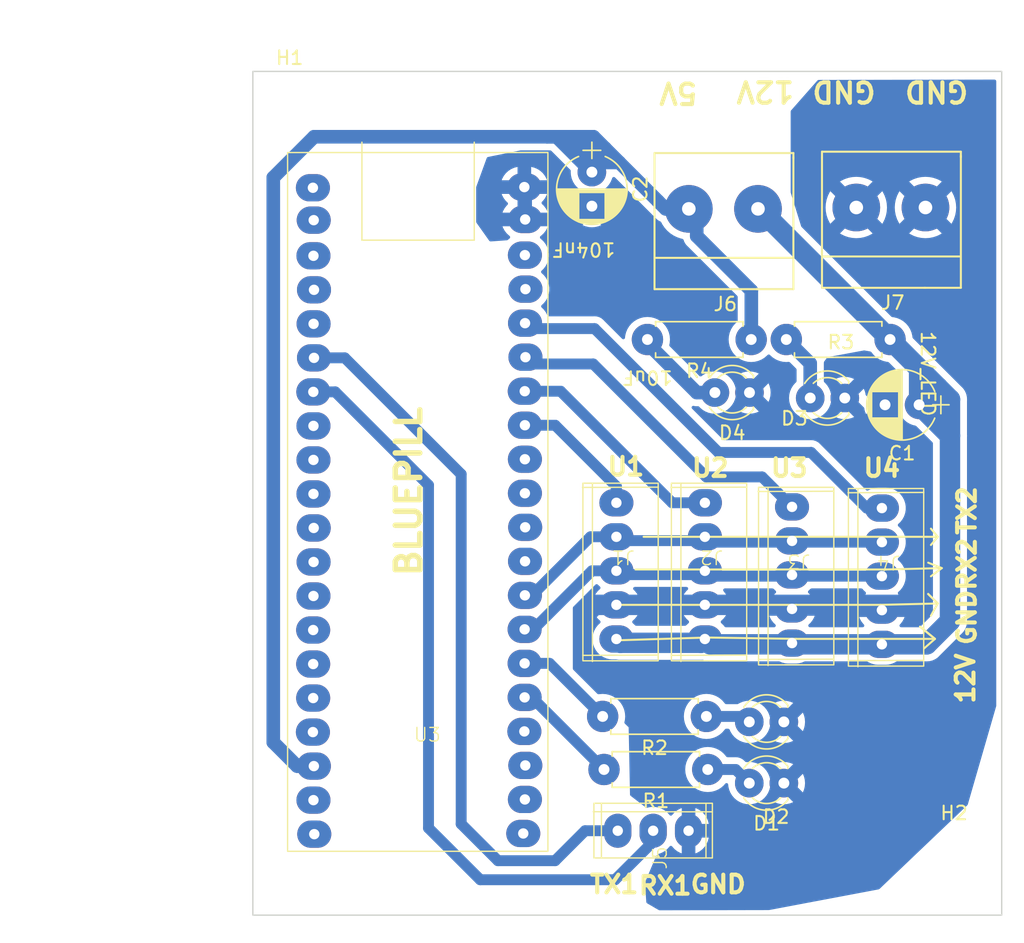
<source format=kicad_pcb>
(kicad_pcb (version 20221018) (generator pcbnew)
  (layers (0 "F.Cu" signal) (31 "B.Cu" signal) (34 "B.Paste" user) (35 "F.Paste" user) (36 "B.SilkS" user "B.Silkscreen") (37 "F.SilkS" user "F.Silkscreen") (38 "B.Mask" user) (39 "F.Mask" user) (44 "Edge.Cuts" user))
  (net 0 "")
  (net 1 "/u1")
  (net 2 "/u2")
  (net 3 "/u3")
  (net 4 "/u4")
  (net 5 "Net-(J5-Pin_1)")
  (net 6 "Net-(J5-Pin_2)")
  (net 7 "/12V")
  (net 8 "/5V")
  (net 9 "GND")
  (net 10 "/TX2")
  (net 11 "/RX2")
  (net 12 "Net-(R1-Pad2)")
  (net 13 "Net-(D1-A)")
  (net 14 "Net-(D2-A)")
  (net 15 "Net-(D3-A)")
  (net 16 "Net-(D4-A)")
  (net 17 "Net-(R2-Pad2)")
  (footprint "bluepill:bluepill" (layer "F.Cu") (at 136.91 67.05)
    (fp_text reference "U3" (at 0.2 30.3 unlocked) (layer "F.SilkS") (effects (font (thickness 0.1))))
    (fp_text value "~")
    (pad "0" thru_hole oval (at -8.16 12.6) (size 2.5 2) (drill 0.762) (layers "*.Cu" "*.Mask"))
    (pad "1" thru_hole oval (at -8.2 -9.9) (size 2.5 2) (drill 0.762) (layers "*.Cu" "*.Mask"))
    (pad "2" thru_hole oval (at -8.14 -7.52) (size 2.5 2) (drill 0.762) (layers "*.Cu" "*.Mask"))
    (pad "3" thru_hole oval (at -8.16 -4.9) (size 2.5 2) (drill 0.762) (layers "*.Cu" "*.Mask"))
    (pad "4" thru_hole oval (at -8.12 -2.4) (size 2.5 2) (drill 0.762) (layers "*.Cu" "*.Mask"))
    (pad "5" thru_hole oval (at -8.15 0.1) (size 2.5 2) (drill 0.762) (layers "*.Cu" "*.Mask"))
    (pad "6" thru_hole oval (at -8.12 2.6) (size 2.5 2) (drill 0.762) (layers "*.Cu" "*.Mask") (net 5 "Net-(J5-Pin_1)"))
    (pad "7" thru_hole oval (at -8.17 5.1) (size 2.5 2) (drill 0.762) (layers "*.Cu" "*.Mask") (net 6 "Net-(J5-Pin_2)"))
    (pad "8" thru_hole oval (at -8.16 7.6) (size 2.5 2) (drill 0.762) (layers "*.Cu" "*.Mask"))
    (pad "9" thru_hole oval (at -8.16 10.1) (size 2.5 2) (drill 0.762) (layers "*.Cu" "*.Mask"))
    (pad "11" thru_hole oval (at -8.14 15.1) (size 2.5 2) (drill 0.762) (layers "*.Cu" "*.Mask"))
    (pad "12" thru_hole oval (at -8.15 17.6) (size 2.5 2) (drill 0.762) (layers "*.Cu" "*.Mask"))
    (pad "13" thru_hole oval (at -8.16 20.1) (size 2.5 2) (drill 0.762) (layers "*.Cu" "*.Mask"))
    (pad "14" thru_hole oval (at -8.18 22.6) (size 2.5 2) (drill 0.762) (layers "*.Cu" "*.Mask"))
    (pad "15" thru_hole oval (at -8.18 25.1) (size 2.5 2) (drill 0.762) (layers "*.Cu" "*.Mask"))
    (pad "16" thru_hole oval (at -8.18 27.6) (size 2.5 2) (drill 0.762) (layers "*.Cu" "*.Mask"))
    (pad "17" thru_hole oval (at -8.2 30.1) (size 2.5 2) (drill 0.762) (layers "*.Cu" "*.Mask"))
    (pad "18" thru_hole oval (at -8.13 32.6) (size 2.5 2) (drill 0.762) (layers "*.Cu" "*.Mask") (net 8 "/5V"))
    (pad "19" thru_hole oval (at -8.16 35.1) (size 2.5 2) (drill 0.762) (layers "*.Cu" "*.Mask"))
    (pad "20" thru_hole oval (at -8.1 37.6) (size 2.5 2) (drill 0.762) (layers "*.Cu" "*.Mask"))
    (pad "21" thru_hole oval (at 7.25 37.55) (size 2.5 2) (drill 0.762) (layers "*.Cu" "*.Mask"))
    (pad "22" thru_hole oval (at 7.37 35.05) (size 2.5 2) (drill 0.762) (layers "*.Cu" "*.Mask"))
    (pad "23" thru_hole oval (at 7.4 32.55) (size 2.5 2) (drill 0.762) (layers "*.Cu" "*.Mask"))
    (pad "24" thru_hole oval (at 7.33 30.05) (size 2.5 2) (drill 0.762) (layers "*.Cu" "*.Mask"))
    (pad "25" thru_hole oval (at 7.35 27.55) (size 2.5 2) (drill 0.762) (layers "*.Cu" "*.Mask") (net 12 "Net-(R1-Pad2)"))
    (pad "26" thru_hole oval (at 7.35 25.05) (size 2.5 2) (drill 0.762) (layers "*.Cu" "*.Mask") (net 17 "Net-(R2-Pad2)"))
    (pad "27" thru_hole oval (at 7.35 22.55) (size 2.5 2) (drill 0.762) (layers "*.Cu" "*.Mask") (net 11 "/RX2"))
    (pad "28" thru_hole oval (at 7.37 20.05) (size 2.5 2) (drill 0.762) (layers "*.Cu" "*.Mask") (net 10 "/TX2"))
    (pad "29" thru_hole oval (at 7.38 17.55) (size 2.5 2) (drill 0.762) (layers "*.Cu" "*.Mask"))
    (pad "30" thru_hole oval (at 7.39 15.05) (size 2.5 2) (drill 0.762) (layers "*.Cu" "*.Mask"))
    (pad "31" thru_hole oval (at 7.37 12.55) (size 2.5 2) (drill 0.762) (layers "*.Cu" "*.Mask"))
    (pad "32" thru_hole oval (at 7.37 10.05) (size 2.5 2) (drill 0.762) (layers "*.Cu" "*.Mask"))
    (pad "33" thru_hole oval (at 7.37 7.55) (size 2.5 2) (drill 0.762) (layers "*.Cu" "*.Mask") (net 1 "/u1"))
    (pad "34" thru_hole oval (at 7.36 5.05) (size 2.5 2) (drill 0.762) (layers "*.Cu" "*.Mask") (net 2 "/u2"))
    (pad "35" thru_hole oval (at 7.41 2.55) (size 2.5 2) (drill 0.762) (layers "*.Cu" "*.Mask") (net 3 "/u3"))
    (pad "36" thru_hole oval (at 7.38 0.05) (size 2.5 2) (drill 0.762) (layers "*.Cu" "*.Mask") (net 4 "/u4"))
    (pad "37" thru_hole oval (at 7.41 -2.45) (size 2.5 2) (drill 0.762) (layers "*.Cu" "*.Mask"))
    (pad "38" thru_hole oval (at 7.37 -4.95) (size 2.5 2) (drill 0.762) (layers "*.Cu" "*.Mask"))
    (pad "39" thru_hole oval (at 7.39 -7.57) (size 2.5 2) (drill 0.762) (layers "*.Cu" "*.Mask") (net 9 "GND"))
    (pad "40" thru_hole oval (at 7.33 -9.95) (size 2.5 2) (drill 0.762) (layers "*.Cu" "*.Mask") (net 9 "GND"))
  )
  (footprint "JST_1X05:jst_1x05" (layer "F.Cu") (at 171 84.19 180)
    (fp_text reference "J4" (at 0 -0.5 180 unlocked) (layer "F.SilkS") (effects (font (thickness 0.1))))
    (fp_text value "Conn_01x05_Pin")
    (pad "1" thru_hole oval (at 0.5 3.5 180) (size 2.5 2) (drill 0.762) (layers "*.Cu" "*.Mask") (net 4 "/u4"))
    (pad "2" thru_hole oval (at 0.5 1 180) (size 2.5 2) (drill 0.762) (layers "*.Cu" "*.Mask") (net 10 "/TX2"))
    (pad "3" thru_hole oval (at 0.5 -1.5 180) (size 2.5 2) (drill 0.762) (layers "*.Cu" "*.Mask") (net 11 "/RX2"))
    (pad "4" thru_hole oval (at 0.5 -4 180) (size 2.5 2) (drill 0.762) (layers "*.Cu" "*.Mask") (net 9 "GND"))
    (pad "5" thru_hole oval (at 0.5 -6.51 180) (size 2.5 2) (drill 0.762) (layers "*.Cu" "*.Mask") (net 7 "/12V"))
  )
  (footprint "JST_1x03:jst_1x03" (layer "F.Cu") (at 158.1 106.4 90)
    (fp_text reference "J5" (at 0 -3.9 90 unlocked) (layer "F.SilkS") (effects (font (thickness 0.1))))
    (fp_text value "Conn_01x03_Pin")
    (pad "1" thru_hole oval (at 2 -7 90) (size 2.5 2) (drill 0.762) (layers "*.Cu" "*.Mask") (net 5 "Net-(J5-Pin_1)"))
    (pad "2" thru_hole oval (at 2 -4.4 90) (size 2.5 2) (drill 0.762) (layers "*.Cu" "*.Mask") (net 6 "Net-(J5-Pin_2)"))
    (pad "3" thru_hole oval (at 2 -1.8 90) (size 2.5 2) (drill 0.762) (layers "*.Cu" "*.Mask") (net 9 "GND"))
  )
  (footprint "MY_LIB:LED_D3.0mm" (layer "F.Cu") (at 163.3 100.9 180)
    (fp_text reference "D1" (at 1.27 -2.96) (layer "F.SilkS"))
    (fp_text value "LED")
    (pad "1" thru_hole circle (at 0 0 180) (size 2.1 2.1) (drill 0.8) (layers "*.Cu" "*.Mask") (net 9 "GND"))
    (pad "2" thru_hole circle (at 2.54 0 180) (size 2.1 2.1) (drill 0.8) (layers "*.Cu" "*.Mask") (net 13 "Net-(D1-A)"))
  )
  (footprint "MountingHole:MountingHole_3mm" (layer "F.Cu") (at 175.8 107.1)
    (fp_text reference "H2" (at 0 -4) (layer "F.SilkS"))
    (fp_text value "MountingHole")
    (pad "" np_thru_hole circle (at 0 0) (size 3 3) (drill 3) (layers "*.Cu" "*.Mask"))
  )
  (footprint "MY_LIB:Capacitor_10uF" (layer "F.Cu") (at 149.2 56 -90)
    (fp_text reference "C2" (at 1.25 -3.56 90) (layer "F.SilkS"))
    (fp_text value "C")
    (pad "1" thru_hole circle (at 0 0 270) (size 2.1 2.1) (drill 0.8) (layers "*.Cu" "*.Mask") (net 8 "/5V"))
    (pad "2" thru_hole circle (at 2.5 0 270) (size 2.1 2.1) (drill 0.8) (layers "*.Cu" "*.Mask") (net 9 "GND"))
  )
  (footprint "MY_LIB:Resistor_small" (layer "F.Cu") (at 157.71 99.9 180)
    (fp_text reference "R1" (at 3.81 -2.31) (layer "F.SilkS"))
    (fp_text value "R")
    (pad "1" thru_hole circle (at 0 0 180) (size 2.3 2.3) (drill 0.8) (layers "*.Cu" "*.Mask") (net 13 "Net-(D1-A)"))
    (pad "2" thru_hole circle (at 7.62 0 180) (size 2.3 2.3) (drill 0.8) (layers "*.Cu" "*.Mask") (net 12 "Net-(R1-Pad2)"))
  )
  (footprint "JST_1X05:jst_1x05" (layer "F.Cu") (at 158 83.8 180)
    (fp_text reference "J2" (at 0 -0.5 180 unlocked) (layer "F.SilkS") (effects (font (thickness 0.1))))
    (fp_text value "Conn_01x05_Pin")
    (pad "1" thru_hole oval (at 0.5 3.5 180) (size 2.5 2) (drill 0.762) (layers "*.Cu" "*.Mask") (net 2 "/u2"))
    (pad "2" thru_hole oval (at 0.5 1 180) (size 2.5 2) (drill 0.762) (layers "*.Cu" "*.Mask") (net 10 "/TX2"))
    (pad "3" thru_hole oval (at 0.5 -1.5 180) (size 2.5 2) (drill 0.762) (layers "*.Cu" "*.Mask") (net 11 "/RX2"))
    (pad "4" thru_hole oval (at 0.5 -4 180) (size 2.5 2) (drill 0.762) (layers "*.Cu" "*.Mask") (net 9 "GND"))
    (pad "5" thru_hole oval (at 0.5 -6.51 180) (size 2.5 2) (drill 0.762) (layers "*.Cu" "*.Mask") (net 7 "/12V"))
  )
  (footprint "MY_LIB:LED_D3.0mm" (layer "F.Cu") (at 163.3 96.4 180)
    (fp_text reference "D2" (at 0.57 -6.97) (layer "F.SilkS"))
    (fp_text value "LED")
    (pad "1" thru_hole circle (at 0 0 180) (size 2.1 2.1) (drill 0.8) (layers "*.Cu" "*.Mask") (net 9 "GND"))
    (pad "2" thru_hole circle (at 2.54 0 180) (size 2.1 2.1) (drill 0.8) (layers "*.Cu" "*.Mask") (net 14 "Net-(D2-A)"))
  )
  (footprint "MY_LIB:Resistor_small" (layer "F.Cu") (at 157.61 96 180)
    (fp_text reference "R2" (at 3.81 -2.31) (layer "F.SilkS"))
    (fp_text value "R")
    (pad "1" thru_hole circle (at 0 0 180) (size 2.3 2.3) (drill 0.8) (layers "*.Cu" "*.Mask") (net 14 "Net-(D2-A)"))
    (pad "2" thru_hole circle (at 7.62 0 180) (size 2.3 2.3) (drill 0.8) (layers "*.Cu" "*.Mask") (net 17 "Net-(R2-Pad2)"))
  )
  (footprint "MY_LIB:Resistor_small" (layer "F.Cu") (at 171.1 68.3 180)
    (fp_text reference "R3" (at 3.61 -0.2) (layer "F.SilkS"))
    (fp_text value "R" hide)
    (pad "1" thru_hole circle (at 0 0 180) (size 2.3 2.3) (drill 0.8) (layers "*.Cu" "*.Mask") (net 7 "/12V"))
    (pad "2" thru_hole circle (at 7.62 0 180) (size 2.3 2.3) (drill 0.8) (layers "*.Cu" "*.Mask") (net 15 "Net-(D3-A)"))
  )
  (footprint "MY_LIB:Resistor_small" (layer "F.Cu") (at 160.9 68.3 180)
    (fp_text reference "R4" (at 3.81 -2.31) (layer "F.SilkS"))
    (fp_text value "R")
    (pad "1" thru_hole circle (at 0 0 180) (size 2.3 2.3) (drill 0.8) (layers "*.Cu" "*.Mask") (net 8 "/5V"))
    (pad "2" thru_hole circle (at 7.62 0 180) (size 2.3 2.3) (drill 0.8) (layers "*.Cu" "*.Mask") (net 16 "Net-(D4-A)"))
  )
  (footprint "MY_LIB:LED_D3.0mm" (layer "F.Cu") (at 167.775 72.6 180)
    (fp_text reference "D3" (at 3.7 -1.5) (layer "F.SilkS"))
    (fp_text value "LED")
    (pad "1" thru_hole circle (at 0 0 180) (size 2.1 2.1) (drill 0.8) (layers "*.Cu" "*.Mask") (net 9 "GND"))
    (pad "2" thru_hole circle (at 2.54 0 180) (size 2.1 2.1) (drill 0.8) (layers "*.Cu" "*.Mask") (net 15 "Net-(D3-A)"))
  )
  (footprint "MY_LIB:Connector_Bornier_2" (layer "F.Cu") (at 173.7 58.6 180)
    (fp_text reference "J7" (at 2.4 -7) (layer "F.SilkS"))
    (fp_text value "Conn_01x02_Pin")
    (pad "1" thru_hole circle (at 0 0 180) (size 3.5 3.5) (drill 1) (layers "*.Cu" "*.Mask") (net 9 "GND"))
    (pad "2" thru_hole circle (at 5.08 0 180) (size 3.5 3.5) (drill 1) (layers "*.Cu" "*.Mask") (net 9 "GND"))
  )
  (footprint "JST_1X05:jst_1x05" (layer "F.Cu") (at 151.5 83.8 180)
    (fp_text reference "J1" (at 0 -0.5 180 unlocked) (layer "F.SilkS") (effects (font (thickness 0.1))))
    (fp_text value "Conn_01x05_Pin")
    (pad "1" thru_hole oval (at 0.5 3.5 180) (size 2.5 2) (drill 0.762) (layers "*.Cu" "*.Mask") (net 1 "/u1"))
    (pad "2" thru_hole oval (at 0.5 1 180) (size 2.5 2) (drill 0.762) (layers "*.Cu" "*.Mask") (net 10 "/TX2"))
    (pad "3" thru_hole oval (at 0.5 -1.5 180) (size 2.5 2) (drill 0.762) (layers "*.Cu" "*.Mask") (net 11 "/RX2"))
    (pad "4" thru_hole oval (at 0.5 -4 180) (size 2.5 2) (drill 0.762) (layers "*.Cu" "*.Mask") (net 9 "GND"))
    (pad "5" thru_hole oval (at 0.5 -6.51 180) (size 2.5 2) (drill 0.762) (layers "*.Cu" "*.Mask") (net 7 "/12V"))
  )
  (footprint "MY_LIB:LED_D3.0mm" (layer "F.Cu") (at 160.775 72.2 180)
    (fp_text reference "D4" (at 1.27 -2.96) (layer "F.SilkS"))
    (fp_text value "LED")
    (pad "1" thru_hole circle (at 0 0 180) (size 2.1 2.1) (drill 0.8) (layers "*.Cu" "*.Mask") (net 9 "GND"))
    (pad "2" thru_hole circle (at 2.54 0 180) (size 2.1 2.1) (drill 0.8) (layers "*.Cu" "*.Mask") (net 16 "Net-(D4-A)"))
  )
  (footprint "MY_LIB:Capacitor_10uF" (layer "F.Cu") (at 173.2325 73.1 180)
    (fp_text reference "C1" (at 1.25 -3.56 180) (layer "F.SilkS"))
    (fp_text value "C")
    (pad "1" thru_hole circle (at 0 0 180) (size 2.1 2.1) (drill 0.8) (layers "*.Cu" "*.Mask") (net 7 "/12V"))
    (pad "2" thru_hole circle (at 2.5 0 180) (size 2.1 2.1) (drill 0.8) (layers "*.Cu" "*.Mask") (net 9 "GND"))
  )
  (footprint "JST_1X05:jst_1x05" (layer "F.Cu") (at 164.4 84.1 180)
    (fp_text reference "J3" (at 0 -0.5 180 unlocked) (layer "F.SilkS") (effects (font (thickness 0.1))))
    (fp_text value "Conn_01x05_Pin")
    (pad "1" thru_hole oval (at 0.5 3.5 180) (size 2.5 2) (drill 0.762) (layers "*.Cu" "*.Mask") (net 3 "/u3"))
    (pad "2" thru_hole oval (at 0.5 1 180) (size 2.5 2) (drill 0.762) (layers "*.Cu" "*.Mask") (net 10 "/TX2"))
    (pad "3" thru_hole oval (at 0.5 -1.5 180) (size 2.5 2) (drill 0.762) (layers "*.Cu" "*.Mask") (net 11 "/RX2"))
    (pad "4" thru_hole oval (at 0.5 -4 180) (size 2.5 2) (drill 0.762) (layers "*.Cu" "*.Mask") (net 9 "GND"))
    (pad "5" thru_hole oval (at 0.5 -6.51 180) (size 2.5 2) (drill 0.762) (layers "*.Cu" "*.Mask") (net 7 "/12V"))
  )
  (footprint "MountingHole:MountingHole_3mm" (layer "F.Cu") (at 127 51.6)
    (fp_text reference "H1" (at 0 -4) (layer "F.SilkS"))
    (fp_text value "MountingHole")
    (pad "" np_thru_hole circle (at 0 0) (size 3 3) (drill 3) (layers "*.Cu" "*.Mask"))
  )
  (footprint "MY_LIB:Connector_Bornier_2" (layer "F.Cu") (at 161.4 58.7 180)
    (fp_text reference "J6" (at 2.4 -7) (layer "F.SilkS"))
    (fp_text value "Conn_01x02_Pin")
    (pad "1" thru_hole circle (at 0 0 180) (size 3.5 3.5) (drill 1) (layers "*.Cu" "*.Mask") (net 7 "/12V"))
    (pad "2" thru_hole circle (at 5.08 0 180) (size 3.5 3.5) (drill 1) (layers "*.Cu" "*.Mask") (net 8 "/5V"))
  )
  (gr_line (start 157.8 85.2) (end 164.5 85.2) (stroke (width 0.15)) (layer "F.SilkS"))
  (gr_line (start 151.2 90.4) (end 157.7 90.2) (stroke (width 0.15)) (layer "F.SilkS"))
  (gr_line (start 151.2 87.8) (end 157.8 87.8) (stroke (width 0.15)) (layer "F.SilkS"))
  (gr_line (start 174.9 85.1) (end 174.1 85.7) (stroke (width 0.15)) (layer "F.SilkS"))
  (gr_line (start 174.6 87.7) (end 173.9 87) (stroke (width 0.15)) (layer "F.SilkS"))
  (gr_line (start 170.4 87.8) (end 174.6 87.7) (stroke (width 0.15)) (layer "F.SilkS"))
  (gr_line (start 174.1 88.6) (end 174.6 87.7) (stroke (width 0.15)) (layer "F.SilkS"))
  (gr_line (start 173.8 82.8) (end 174.6 82.8) (stroke (width 0.15)) (layer "F.SilkS"))
  (gr_line (start 164.2 87.8) (end 170.4 87.8) (stroke (width 0.15)) (layer "F.SilkS"))
  (gr_line (start 157.7 90.2) (end 164.2 90.3) (stroke (width 0.15)) (layer "F.SilkS"))
  (gr_line (start 155.7 82.8) (end 161.6 82.8) (stroke (width 0.15)) (layer "F.SilkS"))
  (gr_line (start 153 82.8) (end 155.7 82.8) (stroke (width 0.15)) (layer "F.SilkS"))
  (gr_line (start 161.6 82.8) (end 169.4 82.8) (stroke (width 0.15)) (layer "F.SilkS"))
  (gr_line (start 170.5 90.3) (end 174.4 90.3) (stroke (width 0.15)) (layer "F.SilkS"))
  (gr_line (start 157.8 87.8) (end 164.2 87.8) (stroke (width 0.15)) (layer "F.SilkS"))
  (gr_line (start 174.9 85.1) (end 173.9 84.7) (stroke (width 0.15)) (layer "F.SilkS"))
  (gr_line (start 164.2 90.3) (end 170.5 90.3) (stroke (width 0.15)) (layer "F.SilkS"))
  (gr_line (start 170.8 85.2) (end 174.9 85.1) (stroke (width 0.15)) (layer "F.SilkS"))
  (gr_line (start 174.1 82.2) (end 174.6 82.8) (stroke (width 0.15)) (layer "F.SilkS"))
  (gr_line (start 152.4 85.2) (end 157.8 85.2) (stroke (width 0.15)) (layer "F.SilkS"))
  (gr_line (start 174.6 82.8) (end 174.2 82.8) (stroke (width 0.15)) (layer "F.SilkS"))
  (gr_line (start 174.4 90.3) (end 173.3 89.4) (stroke (width 0.15)) (layer "F.SilkS"))
  (gr_line (start 169.4 82.8) (end 173.8 82.8) (stroke (width 0.15)) (layer "F.SilkS"))
  (gr_line (start 173.3 89.4) (end 174.4 90.3) (stroke (width 0.15)) (layer "F.SilkS"))
  (gr_line (start 174.4 90.3) (end 173.6 91) (stroke (width 0.15)) (layer "F.SilkS"))
  (gr_line (start 173.9 87) (end 174.6 87.7) (stroke (width 0.15)) (layer "F.SilkS"))
  (gr_line (start 164.5 85.2) (end 170.8 85.2) (stroke (width 0.15)) (layer "F.SilkS"))
  (gr_line (start 174.1 83.4) (end 174.6 82.8) (stroke (width 0.15)) (layer "F.SilkS"))
  (gr_rect (start 124.3 48.6) (end 179.3 110.6) (stroke (width 0.1)) (fill none) (layer "Edge.Cuts"))
  (gr_text "TX2" (at 177.5 82.8 90) (layer "F.SilkS") (effects (font (size 1.3 1.3) (thickness 0.3) bold) (justify left bottom)))
  (gr_text "TX1" (at 148.9 109.1) (layer "F.SilkS") (effects (font (size 1.3 1.3) (thickness 0.3) bold) (justify left bottom)))
  (gr_text "BLUEPILL" (at 136.8 85.9 90) (layer "F.SilkS") (effects (font (size 1.8 1.8) (thickness 0.4) bold) (justify left bottom)))
  (gr_text "GND" (at 177 49.2 180) (layer "F.SilkS") (effects (font (size 1.5 1.5) (thickness 0.3) bold) (justify left bottom)))
  (gr_text "GND" (at 170.2 49.2 180) (layer "F.SilkS") (effects (font (size 1.5 1.5) (thickness 0.3) bold) (justify left bottom)))
  (gr_text "12V_LED" (at 173.3 67.6 -90) (layer "F.SilkS") (effects (font (size 1 1)) (justify left bottom)))
  (gr_text "12V" (at 164.2 49.2 180) (layer "F.SilkS") (effects (font (size 1.5 1.5) (thickness 0.3) bold) (justify left bottom)))
  (gr_text "GND" (at 156.3 109.1) (layer "F.SilkS") (effects (font (size 1.3 1.3) (thickness 0.3) bold) (justify left bottom)))
  (gr_text "104nF\n" (at 151 61.1 180) (layer "F.SilkS") (effects (font (size 1 1)) (justify left bottom)))
  (gr_text "RX2" (at 177.5 86.9 90) (layer "F.SilkS") (effects (font (size 1.3 1.3) (thickness 0.3) bold) (justify left bottom)))
  (gr_text "U4" (at 169 78.5) (layer "F.SilkS") (effects (font (size 1.3 1.3) (thickness 0.3) bold) (justify left bottom)))
  (gr_text "5V\n" (at 157.1 49.3 180) (layer "F.SilkS") (effects (font (size 1.5 1.5) (thickness 0.3) bold) (justify left bottom)))
  (gr_text "GND" (at 177.5 90.9 90) (layer "F.SilkS") (effects (font (size 1.3 1.3) (thickness 0.3) bold) (justify left bottom)))
  (gr_text "12V" (at 177.4 95.2 90) (layer "F.SilkS") (effects (font (size 1.3 1.3) (thickness 0.3) bold) (justify left bottom)))
  (gr_text "U2" (at 156.4 78.5) (layer "F.SilkS") (effects (font (size 1.3 1.3) (thickness 0.3) bold) (justify left bottom)))
  (gr_text "U3" (at 162.2 78.5) (layer "F.SilkS") (effects (font (size 1.3 1.3) (thickness 0.3) bold) (justify left bottom)))
  (gr_text "RX1" (at 152.5 109.2) (layer "F.SilkS") (effects (font (size 1.3 1.3) (thickness 0.3) bold) (justify left bottom)))
  (gr_text "U1\n" (at 150.2 78.4) (layer "F.SilkS") (effects (font (size 1.3 1.3) (thickness 0.3) bold) (justify left bottom)))
  (gr_text "10uF\n\n" (at 155.209 68.9 180) (layer "F.SilkS") (effects (font (size 1 1)) (justify left bottom)))
  (segment (start 146.5 74.6) (end 151 79.1) (width 0.8) (layer "B.Cu") (net 1))
  (segment (start 151 79.1) (end 151 80.3) (width 0.8) (layer "B.Cu") (net 1))
  (segment (start 144.28 74.6) (end 146.5 74.6) (width 0.8) (layer "B.Cu") (net 1))
  (segment (start 146.9 72.1) (end 155.1 80.3) (width 0.8) (layer "B.Cu") (net 2))
  (segment (start 144.27 72.1) (end 146.9 72.1) (width 0.8) (layer "B.Cu") (net 2))
  (segment (start 155.1 80.3) (end 157.5 80.3) (width 0.8) (layer "B.Cu") (net 2))
  (segment (start 161.7 78.4) (end 163.9 80.6) (width 0.8) (layer "B.Cu") (net 3))
  (segment (start 144.82 70.1) (end 149.3 70.1) (width 0.8) (layer "B.Cu") (net 3))
  (segment (start 144.32 69.6) (end 144.82 70.1) (width 0.8) (layer "B.Cu") (net 3))
  (segment (start 149.3 70.1) (end 157.6 78.4) (width 0.8) (layer "B.Cu") (net 3))
  (segment (start 157.6 78.4) (end 161.7 78.4) (width 0.8) (layer "B.Cu") (net 3))
  (segment (start 169.39 80.69) (end 170.5 80.69) (width 0.8) (layer "B.Cu") (net 4))
  (segment (start 144.29 67.1) (end 144.69 67.5) (width 0.8) (layer "B.Cu") (net 4))
  (segment (start 158.5 76.6) (end 165.3 76.6) (width 0.8) (layer "B.Cu") (net 4))
  (segment (start 149.4 67.5) (end 158.5 76.6) (width 0.8) (layer "B.Cu") (net 4))
  (segment (start 144.69 67.5) (end 149.4 67.5) (width 0.8) (layer "B.Cu") (net 4))
  (segment (start 165.3 76.6) (end 169.39 80.69) (width 0.8) (layer "B.Cu") (net 4))
  (segment (start 139.6 78.2) (end 139.6 103.9) (width 0.8) (layer "B.Cu") (net 5))
  (segment (start 142.3 106.6) (end 146.5 106.6) (width 0.8) (layer "B.Cu") (net 5))
  (segment (start 131.05 69.65) (end 139.6 78.2) (width 0.8) (layer "B.Cu") (net 5))
  (segment (start 139.6 103.9) (end 142.3 106.6) (width 0.8) (layer "B.Cu") (net 5))
  (segment (start 128.79 69.65) (end 131.05 69.65) (width 0.8) (layer "B.Cu") (net 5))
  (segment (start 148.7 104.4) (end 151.1 104.4) (width 0.8) (layer "B.Cu") (net 5))
  (segment (start 146.5 106.6) (end 148.7 104.4) (width 0.8) (layer "B.Cu") (net 5))
  (segment (start 137.2 79) (end 137.2 104.2) (width 0.8) (layer "B.Cu") (net 6))
  (segment (start 128.74 72.15) (end 130.35 72.15) (width 0.8) (layer "B.Cu") (net 6))
  (segment (start 137.2 104.2) (end 141 108) (width 0.8) (layer "B.Cu") (net 6))
  (segment (start 141 108) (end 150.9 108) (width 0.8) (layer "B.Cu") (net 6))
  (segment (start 150.9 108) (end 153.7 105.2) (width 0.8) (layer "B.Cu") (net 6))
  (segment (start 153.7 105.2) (end 153.7 104.4) (width 0.8) (layer "B.Cu") (net 6))
  (segment (start 130.35 72.15) (end 137.2 79) (width 0.8) (layer "B.Cu") (net 6))
  (segment (start 163.81 90.7) (end 163.9 90.61) (width 1.5) (layer "B.Cu") (net 7))
  (segment (start 157.5 90.31) (end 157.89 90.7) (width 1.5) (layer "B.Cu") (net 7))
  (segment (start 175.1 73.1) (end 175.5 72.7) (width 1.5) (layer "B.Cu") (net 7))
  (segment (start 174.5325 71.8) (end 174.6 71.8) (width 1.5) (layer "B.Cu") (net 7))
  (segment (start 173.2325 70.4325) (end 174.6 71.8) (width 1.5) (layer "B.Cu") (net 7))
  (segment (start 161.4 58.9) (end 161.4 58.7) (width 1.5) (layer "B.Cu") (net 7))
  (segment (start 161.5 58.7) (end 171.1 68.3) (width 1.5) (layer "B.Cu") (net 7))
  (segment (start 173.2325 73.1) (end 175.1 73.1) (width 1.5) (layer "B.Cu") (net 7))
  (segment (start 173.2325 73.1) (end 174.5325 71.8) (width 1.5) (layer "B.Cu") (net 7))
  (segment (start 163.9 90.61) (end 163.99 90.7) (width 1.5) (layer "B.Cu") (net 7))
  (segment (start 151.28 90.59) (end 157.22 90.59) (width 1.5) (layer "B.Cu") (net 7))
  (segment (start 175.5 89) (end 173.8 90.7) (width 1.5) (layer "B.Cu") (net 7))
  (segment (start 175.5 72.7) (end 175.5 75.3675) (width 1.5) (layer "B.Cu") (net 7))
  (segment (start 173.8 90.7) (end 170.5 90.7) (width 1.5) (layer "B.Cu") (net 7))
  (segment (start 157.22 90.59) (end 157.5 90.31) (width 1.5) (layer "B.Cu") (net 7))
  (segment (start 173.2325 73.1) (end 175.5 75.3675) (width 1.5) (layer "B.Cu") (net 7))
  (segment (start 163.99 90.7) (end 170.5 90.7) (width 1.5) (layer "B.Cu") (net 7))
  (segment (start 174.6 71.8) (end 175.5 72.7) (width 1.5) (layer "B.Cu") (net 7))
  (segment (start 175.5 75.3675) (end 175.5 89) (width 1.5) (layer "B.Cu") (net 7))
  (segment (start 173.2325 70.4325) (end 173.2325 73.1) (width 1.5) (layer "B.Cu") (net 7))
  (segment (start 161.4 58.7) (end 161.5 58.7) (width 1.5) (layer "B.Cu") (net 7))
  (segment (start 151 90.31) (end 151.28 90.59) (width 1.5) (layer "B.Cu") (net 7))
  (segment (start 171.1 68.3) (end 173.2325 70.4325) (width 1.5) (layer "B.Cu") (net 7))
  (segment (start 157.89 90.7) (end 163.81 90.7) (width 1.5) (layer "B.Cu") (net 7))
  (segment (start 154.06 58.14) (end 151.21 55.29) (width 1) (layer "B.Cu") (net 8))
  (segment (start 149.91 55.29) (end 151.21 55.29) (width 1) (layer "B.Cu") (net 8))
  (segment (start 127.55 99.65) (end 128.6 99.65) (width 1) (layer "B.Cu") (net 8))
  (segment (start 156.32 58.7) (end 156.9 59.28) (width 1) (layer "B.Cu") (net 8))
  (segment (start 146.6 53.4) (end 145.9 53.4) (width 1) (layer "B.Cu") (net 8))
  (segment (start 147.4 53.4) (end 145.9 53.4) (width 1) (layer "B.Cu") (net 8))
  (segment (start 154.62 58.7) (end 156.32 58.7) (width 1) (layer "B.Cu") (net 8))
  (segment (start 149.2 56) (end 149.91 55.29) (width 1) (layer "B.Cu") (net 8))
  (segment (start 149.2 56) (end 148.15 54.95) (width 1) (layer "B.Cu") (net 8))
  (segment (start 125.8 56.4) (end 125.8 97.9) (width 1) (layer "B.Cu") (net 8))
  (segment (start 149.2 56) (end 148.1 54.9) (width 1) (layer "B.Cu") (net 8))
  (segment (start 149.2 56) (end 150.16 55.04) (width 1) (layer "B.Cu") (net 8))
  (segment (start 149.32 53.4) (end 148.1 53.4) (width 1) (layer "B.Cu") (net 8))
  (segment (start 128.8 53.4) (end 125.8 56.4) (width 1) (layer "B.Cu") (net 8))
  (segment (start 125.8 97.9) (end 127.55 99.65) (width 1) (layer "B.Cu") (net 8))
  (segment (start 148.1 53.4) (end 149.2 54.5) (width 1) (layer "B.Cu") (net 8))
  (segment (start 156.9 60.7) (end 160.91 64.71) (width 1) (layer "B.Cu") (net 8))
  (segment (start 151.21 55.29) (end 150.16 54.24) (width 1) (layer "B.Cu") (net 8))
  (segment (start 147.4 53.4) (end 148.1 53.4) (width 1) (layer "B.Cu") (net 8))
  (segment (start 160.91 64.71) (end 160.91 68.29) (width 1) (layer "B.Cu") (net 8))
  (segment (start 150.16 55.04) (end 150.16 54.24) (width 1) (layer "B.Cu") (net 8))
  (segment (start 154.06 58.14) (end 154.62 58.7) (width 1) (layer "B.Cu") (net 8))
  (segment (start 148.15 54.95) (end 146.6 53.4) (width 1) (layer "B.Cu") (net 8))
  (segment (start 150.16 54.24) (end 149.32 53.4) (width 1) (layer "B.Cu") (net 8))
  (segment (start 156.9 59.28) (end 156.9 60.7) (width 1) (layer "B.Cu") (net 8))
  (segment (start 148.1 54.9) (end 148.15 54.95) (width 1) (layer "B.Cu") (net 8))
  (segment (start 160.91 68.29) (end 160.9 68.3) (width 1) (layer "B.Cu") (net 8))
  (segment (start 145.9 53.4) (end 128.8 53.4) (width 1) (layer "B.Cu") (net 8))
  (segment (start 149.2 54.5) (end 148.6 54.5) (width 1) (layer "B.Cu") (net 8))
  (segment (start 148.6 54.5) (end 148.15 54.95) (width 1) (layer "B.Cu") (net 8))
  (segment (start 148.1 54.9) (end 148.1 53.4) (width 1) (layer "B.Cu") (net 8))
  (segment (start 149.2 56) (end 149.2 54.5) (width 1) (layer "B.Cu") (net 8))
  (segment (start 151 87.8) (end 149.4 87.8) (width 1.5) (layer "B.Cu") (net 9))
  (segment (start 151 87.8) (end 172.2 87.8) (width 1.5) (layer "B.Cu") (net 9))
  (segment (start 149.4 87.8) (end 148.7 88.5) (width 1.5) (layer "B.Cu") (net 9))
  (segment (start 173.2 86.8) (end 173.2 78.2) (width 1.5) (layer "B.Cu") (net 9))
  (segment (start 172.2 87.8) (end 173.2 86.8) (width 1.5) (layer "B.Cu") (net 9))
  (segment (start 174.4 59.42) (end 173.78 58.8) (width 1.5) (layer "B.Cu") (net 9))
  (segment (start 157.89 83.19) (end 163.81 83.19) (width 0.8) (layer "B.Cu") (net 10))
  (segment (start 157.5 82.8) (end 157.89 83.19) (width 0.8) (layer "B.Cu") (net 10))
  (segment (start 144.8 87.1) (end 149.1 82.8) (width 0.8) (layer "B.Cu") (net 10))
  (segment (start 149.1 82.8) (end 151 82.8) (width 0.8) (layer "B.Cu") (net 10))
  (segment (start 157.22 83.08) (end 157.5 82.8) (width 0.8) (layer "B.Cu") (net 10))
  (segment (start 163.81 83.19) (end 163.9 83.1) (width 0.8) (layer "B.Cu") (net 10))
  (segment (start 151.28 83.08) (end 157.22 83.08) (width 0.8) (layer "B.Cu") (net 10))
  (segment (start 163.99 83.19) (end 170.5 83.19) (width 0.8) (layer "B.Cu") (net 10))
  (segment (start 144.28 87.1) (end 144.8 87.1) (width 0.8) (layer "B.Cu") (net 10))
  (segment (start 163.9 83.1) (end 163.99 83.19) (width 0.8) (layer "B.Cu") (net 10))
  (segment (start 151 82.8) (end 151.28 83.08) (width 0.8) (layer "B.Cu") (net 10))
  (segment (start 170.5 85.69) (end 163.99 85.69) (width 0.8) (layer "B.Cu") (net 11))
  (segment (start 157.22 85.58) (end 157.5 85.3) (width 0.8) (layer "B.Cu") (net 11))
  (segment (start 163.81 85.69) (end 163.9 85.6) (width 0.8) (layer "B.Cu") (net 11))
  (segment (start 157.5 85.3) (end 157.89 85.69) (width 0.8) (layer "B.Cu") (net 11))
  (segment (start 144.9 89.6) (end 149.2 85.3) (width 0.8) (layer "B.Cu") (net 11))
  (segment (start 151 85.3) (end 151.28 85.58) (width 0.8) (layer "B.Cu") (net 11))
  (segment (start 149.2 85.3) (end 151 85.3) (width 0.8) (layer "B.Cu") (net 11))
  (segment (start 157.89 85.69) (end 163.81 85.69) (width 0.8) (layer "B.Cu") (net 11))
  (segment (start 163.99 85.69) (end 163.9 85.6) (width 0.8) (layer "B.Cu") (net 11))
  (segment (start 151.28 85.58) (end 157.22 85.58) (width 0.8) (layer "B.Cu") (net 11))
  (segment (start 144.26 89.6) (end 144.9 89.6) (width 0.8) (layer "B.Cu") (net 11))
  (segment (start 144.26 94.6) (end 144.79 94.6) (width 0.8) (layer "B.Cu") (net 12))
  (segment (start 144.79 94.6) (end 150.09 99.9) (width 0.8) (layer "B.Cu") (net 12))
  (segment (start 159.76 99.9) (end 160.76 100.9) (width 0.8) (layer "B.Cu") (net 13))
  (segment (start 157.71 99.9) (end 159.76 99.9) (width 0.8) (layer "B.Cu") (net 13))
  (segment (start 157.61 96) (end 160.36 96) (width 0.8) (layer "B.Cu") (net 14))
  (segment (start 160.36 96) (end 160.76 96.4) (width 0.8) (layer "B.Cu") (net 14))
  (segment (start 165.235 72.6) (end 165.235 70.055) (width 1) (layer "B.Cu") (net 15))
  (segment (start 165.235 70.055) (end 163.48 68.3) (width 1) (layer "B.Cu") (net 15))
  (segment (start 153.28 68.58) (end 156.9 72.2) (width 1) (layer "B.Cu") (net 16))
  (segment (start 156.9 72.2) (end 158.235 72.2) (width 1) (layer "B.Cu") (net 16))
  (segment (start 153.28 68.3) (end 153.28 68.58) (width 1) (layer "B.Cu") (net 16))
  (segment (start 146.09 92.1) (end 149.99 96) (width 0.8) (layer "B.Cu") (net 17))
  (segment (start 144.26 92.1) (end 146.09 92.1) (width 0.8) (layer "B.Cu") (net 17))
  (zone (net 0) (net_name "") (layer "B.Cu") (connect_pads (clearance 0)) (min_thickness 0.25)
    (keepout (tracks not_allowed) (vias not_allowed) (pads not_allowed) (copperpour not_allowed) (footprints allowed))
    (fill (thermal_gap 0.5) (thermal_bridge_width 0.5))
    (polygon (pts (xy 161.7 65.7) (xy 161.9 67.3) (xy 165.2 68.5) (xy 166.2 70) (xy 166.5 69.6) (xy 169.2 69.1) (xy 170.3 69.3) (xy 161.8 60.3) (xy 164.7 60.4) (xy 163.8 57.5) (xy 163.8 51.5) (xy 166 49) (xy 154.8 48.8) (xy 158.3 61.4)))
  )
  (zone (net 0) (net_name "") (layer "B.Cu") (connect_pads (clearance 0)) (min_thickness 0.25)
    (keepout (tracks not_allowed) (vias not_allowed) (pads not_allowed) (copperpour not_allowed) (footprints allowed))
    (fill (thermal_gap 0.5) (thermal_bridge_width 0.5))
    (polygon (pts (xy 179.4 93.5) (xy 176.8 102.5) (xy 170.3 108.7) (xy 161.3 110.4) (xy 178.9 110.2)))
  )
  (zone (net 9) (net_name "GND") (layer "B.Cu") (connect_pads (clearance 0.5)) (min_thickness 0.25) (fill yes (thermal_gap 0.5) (thermal_bridge_width 1))
    (polygon (pts (xy 124.2 49.3) (xy 178.9 49.2) (xy 178.9 110.2) (xy 124 110.3)))
  )
  (zone (net 0) (net_name "") (layer "B.Cu") (connect_pads (clearance 0)) (min_thickness 0.25)
    (keepout (tracks not_allowed) (vias not_allowed) (pads not_allowed) (copperpour not_allowed) (footprints allowed))
    (fill (thermal_gap 0.5) (thermal_bridge_width 0.5))
    (polygon (pts (xy 159.5 49) (xy 156.9 50.7) (xy 156.9 55.4) (xy 157.8 57.2) (xy 151.7 57.2) (xy 149.4 53.3) (xy 141.5 54.9) (xy 140.7 57.1) (xy 140.7 59.9) (xy 147.8 86.9) (xy 147.8 92.8) (xy 151.9 96.8) (xy 152 101.8) (xy 155 104.1) (xy 153.9 106.3) (xy 153.1 108.2) (xy 153.2 109.7) (xy 154.4 110.4) (xy 124.3 110.9) (xy 124.5 49.9)))
  )
  (zone (net 0) (net_name "") (layers "B.Cu" "F.SilkS") (connect_pads (clearance 0)) (min_thickness 0.25)
    (keepout (tracks not_allowed) (vias not_allowed) (pads not_allowed) (copperpour not_allowed) (footprints allowed))
    (fill (thermal_gap 0.5) (thermal_bridge_width 1))
    (polygon (pts (xy 130.3 56.3) (xy 130.9 57.6) (xy 139.5 58) (xy 141.7 61.1) (xy 143.1 61) (xy 142.9 105.6) (xy 129.1 105.9)))
  )
  (zone (net 0) (net_name "") (layers "B.Cu" "F.SilkS") (connect_pads (clearance 0)) (min_thickness 0.25)
    (keepout (tracks not_allowed) (vias not_allowed) (pads not_allowed) (copperpour not_allowed) (footprints allowed))
    (fill (thermal_gap 0.5) (thermal_bridge_width 0.5))
    (polygon (pts (xy 124.2 54.3) (xy 126.8 52.6) (xy 130.8 49.9) (xy 134.2 49.2) (xy 123.9 49.2)))
  )
)
</source>
